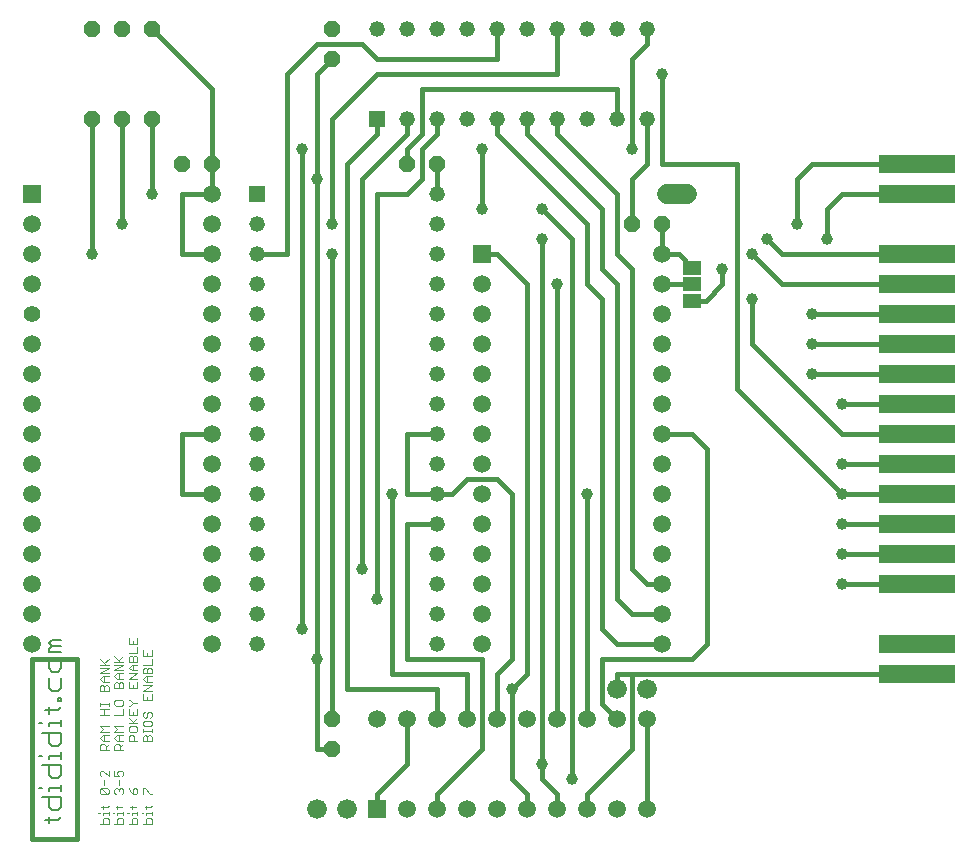
<source format=gtl>
G75*
%MOIN*%
%OFA0B0*%
%FSLAX24Y24*%
%IPPOS*%
%LPD*%
%AMOC8*
5,1,8,0,0,1.08239X$1,22.5*
%
%ADD10C,0.0060*%
%ADD11C,0.0030*%
%ADD12R,0.2550X0.0600*%
%ADD13R,0.0594X0.0594*%
%ADD14C,0.0594*%
%ADD15C,0.0554*%
%ADD16R,0.0520X0.0520*%
%ADD17C,0.0520*%
%ADD18OC8,0.0520*%
%ADD19R,0.0630X0.0460*%
%ADD20C,0.0660*%
%ADD21C,0.0660*%
%ADD22C,0.0160*%
%ADD23C,0.0396*%
%ADD24R,0.0396X0.0396*%
D10*
X002036Y000987D02*
X002463Y000987D01*
X002570Y001094D01*
X002463Y001310D02*
X002250Y001310D01*
X002143Y001416D01*
X002143Y001737D01*
X001929Y001737D02*
X002570Y001737D01*
X002570Y001416D01*
X002463Y001310D01*
X002143Y001094D02*
X002143Y000880D01*
X002143Y001954D02*
X002143Y002061D01*
X002570Y002061D01*
X002570Y001954D02*
X002570Y002168D01*
X002463Y002384D02*
X002250Y002384D01*
X002143Y002491D01*
X002143Y002811D01*
X001929Y002811D02*
X002570Y002811D01*
X002570Y002491D01*
X002463Y002384D01*
X001929Y002061D02*
X001823Y002061D01*
X002143Y003028D02*
X002143Y003135D01*
X002570Y003135D01*
X002570Y003028D02*
X002570Y003242D01*
X002463Y003458D02*
X002250Y003458D01*
X002143Y003565D01*
X002143Y003885D01*
X001929Y003885D02*
X002570Y003885D01*
X002570Y003565D01*
X002463Y003458D01*
X001929Y003135D02*
X001823Y003135D01*
X002143Y004103D02*
X002143Y004210D01*
X002570Y004210D01*
X002570Y004316D02*
X002570Y004103D01*
X002143Y004532D02*
X002143Y004746D01*
X002036Y004639D02*
X002463Y004639D01*
X002570Y004746D01*
X002570Y004962D02*
X002570Y005069D01*
X002463Y005069D01*
X002463Y004962D01*
X002570Y004962D01*
X002463Y005284D02*
X002250Y005284D01*
X002143Y005391D01*
X002143Y005711D01*
X002250Y005929D02*
X002463Y005929D01*
X002570Y006036D01*
X002570Y006249D01*
X002463Y006356D01*
X002250Y006356D01*
X002143Y006249D01*
X002143Y006036D01*
X002250Y005929D01*
X002570Y005711D02*
X002570Y005391D01*
X002463Y005284D01*
X001929Y004210D02*
X001823Y004210D01*
X002143Y006574D02*
X002143Y006680D01*
X002250Y006787D01*
X002143Y006894D01*
X002250Y007001D01*
X002570Y007001D01*
X002570Y006787D02*
X002250Y006787D01*
X002143Y006574D02*
X002570Y006574D01*
D11*
X003855Y006362D02*
X004048Y006169D01*
X004000Y006217D02*
X004145Y006362D01*
X004145Y006169D02*
X003855Y006169D01*
X003855Y006068D02*
X004145Y006068D01*
X003855Y005874D01*
X004145Y005874D01*
X004145Y005773D02*
X003952Y005773D01*
X003855Y005676D01*
X003952Y005579D01*
X004145Y005579D01*
X004097Y005478D02*
X004145Y005430D01*
X004145Y005285D01*
X003855Y005285D01*
X003855Y005430D01*
X003903Y005478D01*
X003952Y005478D01*
X004000Y005430D01*
X004000Y005285D01*
X004000Y005430D02*
X004048Y005478D01*
X004097Y005478D01*
X004000Y005579D02*
X004000Y005773D01*
X004335Y005774D02*
X004432Y005678D01*
X004625Y005678D01*
X004577Y005576D02*
X004625Y005528D01*
X004625Y005383D01*
X004335Y005383D01*
X004335Y005528D01*
X004383Y005576D01*
X004432Y005576D01*
X004480Y005528D01*
X004480Y005383D01*
X004480Y005528D02*
X004528Y005576D01*
X004577Y005576D01*
X004480Y005678D02*
X004480Y005871D01*
X004432Y005871D02*
X004625Y005871D01*
X004625Y005972D02*
X004335Y005972D01*
X004625Y006166D01*
X004335Y006166D01*
X004335Y006267D02*
X004625Y006267D01*
X004528Y006267D02*
X004335Y006460D01*
X004480Y006315D02*
X004625Y006460D01*
X004815Y006412D02*
X004863Y006460D01*
X004912Y006460D01*
X004960Y006412D01*
X004960Y006267D01*
X004960Y006166D02*
X004960Y005972D01*
X004912Y005972D02*
X004815Y006069D01*
X004912Y006166D01*
X005105Y006166D01*
X005105Y006267D02*
X005105Y006412D01*
X005057Y006460D01*
X005008Y006460D01*
X004960Y006412D01*
X004815Y006412D02*
X004815Y006267D01*
X005105Y006267D01*
X005295Y006169D02*
X005585Y006169D01*
X005585Y006362D01*
X005585Y006463D02*
X005585Y006657D01*
X005440Y006560D02*
X005440Y006463D01*
X005295Y006463D02*
X005585Y006463D01*
X005295Y006463D02*
X005295Y006657D01*
X005105Y006562D02*
X005105Y006755D01*
X005105Y006856D02*
X005105Y007050D01*
X004960Y006953D02*
X004960Y006856D01*
X004815Y006856D02*
X005105Y006856D01*
X004815Y006856D02*
X004815Y007050D01*
X004815Y006562D02*
X005105Y006562D01*
X005343Y006068D02*
X005392Y006068D01*
X005440Y006019D01*
X005440Y005874D01*
X005440Y005773D02*
X005440Y005579D01*
X005392Y005579D02*
X005295Y005676D01*
X005392Y005773D01*
X005585Y005773D01*
X005585Y005874D02*
X005585Y006019D01*
X005537Y006068D01*
X005488Y006068D01*
X005440Y006019D01*
X005343Y006068D02*
X005295Y006019D01*
X005295Y005874D01*
X005585Y005874D01*
X005585Y005579D02*
X005392Y005579D01*
X005295Y005478D02*
X005585Y005478D01*
X005295Y005285D01*
X005585Y005285D01*
X005585Y005184D02*
X005585Y004990D01*
X005295Y004990D01*
X005295Y005184D01*
X005440Y005087D02*
X005440Y004990D01*
X005105Y004890D02*
X004960Y004890D01*
X004863Y004987D01*
X004815Y004987D01*
X004960Y004890D02*
X004863Y004794D01*
X004815Y004794D01*
X004815Y004693D02*
X004815Y004499D01*
X005105Y004499D01*
X005105Y004693D01*
X004960Y004596D02*
X004960Y004499D01*
X005105Y004398D02*
X004960Y004253D01*
X005008Y004204D02*
X004815Y004398D01*
X004815Y004204D02*
X005105Y004204D01*
X005057Y004103D02*
X004863Y004103D01*
X004815Y004055D01*
X004815Y003958D01*
X004863Y003910D01*
X005057Y003910D01*
X005105Y003958D01*
X005105Y004055D01*
X005057Y004103D01*
X005295Y004155D02*
X005343Y004106D01*
X005537Y004106D01*
X005585Y004155D01*
X005585Y004251D01*
X005537Y004300D01*
X005343Y004300D01*
X005295Y004251D01*
X005295Y004155D01*
X005295Y004006D02*
X005295Y003910D01*
X005295Y003958D02*
X005585Y003958D01*
X005585Y003910D02*
X005585Y004006D01*
X005537Y003809D02*
X005585Y003760D01*
X005585Y003615D01*
X005295Y003615D01*
X005295Y003760D01*
X005343Y003809D01*
X005392Y003809D01*
X005440Y003760D01*
X005440Y003615D01*
X005440Y003760D02*
X005488Y003809D01*
X005537Y003809D01*
X005105Y003615D02*
X004815Y003615D01*
X004815Y003760D01*
X004863Y003809D01*
X004960Y003809D01*
X005008Y003760D01*
X005008Y003615D01*
X004625Y003615D02*
X004432Y003615D01*
X004335Y003712D01*
X004432Y003809D01*
X004625Y003809D01*
X004625Y003910D02*
X004335Y003910D01*
X004432Y004006D01*
X004335Y004103D01*
X004625Y004103D01*
X004480Y003809D02*
X004480Y003615D01*
X004480Y003514D02*
X004528Y003466D01*
X004528Y003320D01*
X004625Y003320D02*
X004335Y003320D01*
X004335Y003466D01*
X004383Y003514D01*
X004480Y003514D01*
X004528Y003417D02*
X004625Y003514D01*
X004145Y003514D02*
X004048Y003417D01*
X004048Y003466D02*
X004048Y003320D01*
X004145Y003320D02*
X003855Y003320D01*
X003855Y003466D01*
X003903Y003514D01*
X004000Y003514D01*
X004048Y003466D01*
X004000Y003615D02*
X004000Y003809D01*
X003952Y003809D02*
X004145Y003809D01*
X004145Y003910D02*
X003855Y003910D01*
X003952Y004006D01*
X003855Y004103D01*
X004145Y004103D01*
X003952Y003809D02*
X003855Y003712D01*
X003952Y003615D01*
X004145Y003615D01*
X004145Y004499D02*
X003855Y004499D01*
X004000Y004499D02*
X004000Y004693D01*
X003855Y004693D02*
X004145Y004693D01*
X004145Y004794D02*
X004145Y004890D01*
X004145Y004842D02*
X003855Y004842D01*
X003855Y004794D02*
X003855Y004890D01*
X004335Y004842D02*
X004383Y004794D01*
X004577Y004794D01*
X004625Y004842D01*
X004625Y004939D01*
X004577Y004987D01*
X004383Y004987D01*
X004335Y004939D01*
X004335Y004842D01*
X004625Y004693D02*
X004625Y004499D01*
X004335Y004499D01*
X005295Y004546D02*
X005295Y004449D01*
X005343Y004401D01*
X005392Y004401D01*
X005440Y004449D01*
X005440Y004546D01*
X005488Y004594D01*
X005537Y004594D01*
X005585Y004546D01*
X005585Y004449D01*
X005537Y004401D01*
X005343Y004594D02*
X005295Y004546D01*
X005105Y005383D02*
X004815Y005383D01*
X004815Y005576D01*
X004815Y005678D02*
X005105Y005871D01*
X004815Y005871D01*
X004912Y005972D02*
X005105Y005972D01*
X005105Y005678D02*
X004815Y005678D01*
X004960Y005480D02*
X004960Y005383D01*
X005105Y005383D02*
X005105Y005576D01*
X004432Y005871D02*
X004335Y005774D01*
X004335Y002630D02*
X004335Y002436D01*
X004480Y002436D01*
X004432Y002533D01*
X004432Y002582D01*
X004480Y002630D01*
X004577Y002630D01*
X004625Y002582D01*
X004625Y002485D01*
X004577Y002436D01*
X004480Y002335D02*
X004480Y002142D01*
X004528Y002041D02*
X004577Y002041D01*
X004625Y001992D01*
X004625Y001896D01*
X004577Y001847D01*
X004480Y001944D02*
X004480Y001992D01*
X004528Y002041D01*
X004480Y001992D02*
X004432Y002041D01*
X004383Y002041D01*
X004335Y001992D01*
X004335Y001896D01*
X004383Y001847D01*
X004145Y001896D02*
X004097Y001847D01*
X003903Y002041D01*
X004097Y002041D01*
X004145Y001992D01*
X004145Y001896D01*
X004097Y001847D02*
X003903Y001847D01*
X003855Y001896D01*
X003855Y001992D01*
X003903Y002041D01*
X004000Y002142D02*
X004000Y002335D01*
X003903Y002436D02*
X003855Y002485D01*
X003855Y002582D01*
X003903Y002630D01*
X003952Y002630D01*
X004145Y002436D01*
X004145Y002630D01*
X004815Y002041D02*
X004863Y001944D01*
X004960Y001847D01*
X004960Y001992D01*
X005008Y002041D01*
X005057Y002041D01*
X005105Y001992D01*
X005105Y001896D01*
X005057Y001847D01*
X004960Y001847D01*
X005295Y001847D02*
X005295Y002041D01*
X005343Y002041D01*
X005537Y001847D01*
X005585Y001847D01*
X005585Y001453D02*
X005537Y001404D01*
X005343Y001404D01*
X005392Y001356D02*
X005392Y001453D01*
X005392Y001208D02*
X005585Y001208D01*
X005585Y001160D02*
X005585Y001256D01*
X005392Y001208D02*
X005392Y001160D01*
X005295Y001208D02*
X005246Y001208D01*
X005105Y001208D02*
X004912Y001208D01*
X004912Y001160D01*
X004815Y001208D02*
X004766Y001208D01*
X004625Y001208D02*
X004432Y001208D01*
X004432Y001160D01*
X004335Y001208D02*
X004286Y001208D01*
X004145Y001208D02*
X003952Y001208D01*
X003952Y001160D01*
X003855Y001208D02*
X003806Y001208D01*
X003952Y001356D02*
X003952Y001453D01*
X003903Y001404D02*
X004097Y001404D01*
X004145Y001453D01*
X004145Y001256D02*
X004145Y001160D01*
X004097Y001058D02*
X004000Y001058D01*
X003952Y001010D01*
X003952Y000865D01*
X003855Y000865D02*
X004145Y000865D01*
X004145Y001010D01*
X004097Y001058D01*
X004335Y000865D02*
X004625Y000865D01*
X004625Y001010D01*
X004577Y001058D01*
X004480Y001058D01*
X004432Y001010D01*
X004432Y000865D01*
X004625Y001160D02*
X004625Y001256D01*
X004577Y001404D02*
X004625Y001453D01*
X004577Y001404D02*
X004383Y001404D01*
X004432Y001356D02*
X004432Y001453D01*
X004863Y001404D02*
X005057Y001404D01*
X005105Y001453D01*
X004912Y001453D02*
X004912Y001356D01*
X005105Y001256D02*
X005105Y001160D01*
X005057Y001058D02*
X004960Y001058D01*
X004912Y001010D01*
X004912Y000865D01*
X004815Y000865D02*
X005105Y000865D01*
X005105Y001010D01*
X005057Y001058D01*
X005295Y000865D02*
X005585Y000865D01*
X005585Y001010D01*
X005537Y001058D01*
X005440Y001058D01*
X005392Y001010D01*
X005392Y000865D01*
D12*
X031100Y005850D03*
X031100Y006850D03*
X031100Y008850D03*
X031100Y009850D03*
X031100Y010850D03*
X031100Y011850D03*
X031100Y012850D03*
X031100Y013850D03*
X031100Y014850D03*
X031100Y015850D03*
X031100Y016850D03*
X031100Y017850D03*
X031100Y018850D03*
X031100Y019850D03*
X031100Y021850D03*
X031100Y022850D03*
D13*
X016600Y019850D03*
X001600Y021850D03*
X013100Y001350D03*
D14*
X014100Y001350D03*
X015100Y001350D03*
X016100Y001350D03*
X017100Y001350D03*
X018100Y001350D03*
X019100Y001350D03*
X020100Y001350D03*
X021100Y001350D03*
X022100Y001350D03*
X022100Y004350D03*
X021100Y004350D03*
X020100Y004350D03*
X019100Y004350D03*
X018100Y004350D03*
X017100Y004350D03*
X016100Y004350D03*
X015100Y004350D03*
X014100Y004350D03*
X013100Y004350D03*
X016600Y006850D03*
X016600Y007850D03*
X016600Y008850D03*
X016600Y009850D03*
X016600Y010850D03*
X016600Y011850D03*
X016600Y012850D03*
X016600Y013850D03*
X016600Y014850D03*
X016600Y015850D03*
X016600Y016850D03*
X016600Y017850D03*
X016600Y018850D03*
X022600Y018850D03*
X022600Y017850D03*
X022600Y016850D03*
X022600Y015850D03*
X022600Y014850D03*
X022600Y013850D03*
X022600Y012850D03*
X022600Y011850D03*
X022600Y010850D03*
X022600Y009850D03*
X022600Y008850D03*
X022600Y007850D03*
X022600Y006850D03*
X007600Y006850D03*
X007600Y007850D03*
X007600Y008850D03*
X007600Y009850D03*
X007600Y010850D03*
X007600Y011850D03*
X007600Y012850D03*
X007600Y013850D03*
X007600Y014850D03*
X007600Y015850D03*
X007600Y016850D03*
X007600Y017850D03*
X007600Y018850D03*
X007600Y019850D03*
X007600Y020850D03*
X007600Y021850D03*
X001600Y020850D03*
X001600Y019850D03*
X001600Y018850D03*
X001600Y016850D03*
X001600Y015850D03*
X001600Y014850D03*
X001600Y013850D03*
X001600Y012850D03*
X001600Y011850D03*
X001600Y010850D03*
X001600Y009850D03*
X001600Y008850D03*
X001600Y007850D03*
X001600Y006850D03*
X022600Y019850D03*
D15*
X001600Y017850D03*
D16*
X009100Y021850D03*
X013100Y024350D03*
D17*
X014100Y024350D03*
X015100Y024350D03*
X016100Y024350D03*
X017100Y024350D03*
X018100Y024350D03*
X019100Y024350D03*
X020100Y024350D03*
X021100Y024350D03*
X022100Y024350D03*
X022100Y027350D03*
X021100Y027350D03*
X020100Y027350D03*
X019100Y027350D03*
X018100Y027350D03*
X017100Y027350D03*
X016100Y027350D03*
X015100Y027350D03*
X014100Y027350D03*
X013100Y027350D03*
X015100Y021850D03*
X015100Y020850D03*
X015100Y019850D03*
X015100Y018850D03*
X015100Y017850D03*
X015100Y016850D03*
X015100Y015850D03*
X015100Y014850D03*
X015100Y013850D03*
X015100Y012850D03*
X015100Y011850D03*
X015100Y010850D03*
X015100Y009850D03*
X015100Y008850D03*
X015100Y007850D03*
X015100Y006850D03*
X009100Y006850D03*
X009100Y007850D03*
X009100Y008850D03*
X009100Y009850D03*
X009100Y010850D03*
X009100Y011850D03*
X009100Y012850D03*
X009100Y013850D03*
X009100Y014850D03*
X009100Y015850D03*
X009100Y016850D03*
X009100Y017850D03*
X009100Y018850D03*
X009100Y019850D03*
X009100Y020850D03*
D18*
X007600Y022850D03*
X006600Y022850D03*
X005600Y024350D03*
X004600Y024350D03*
X003600Y024350D03*
X003600Y027350D03*
X004600Y027350D03*
X005600Y027350D03*
X011600Y027350D03*
X011600Y026350D03*
X014100Y022850D03*
X015100Y022850D03*
X021600Y020850D03*
X022600Y020850D03*
X011600Y004350D03*
X011600Y003350D03*
D19*
X023600Y018300D03*
X023600Y018850D03*
X023600Y019400D03*
D20*
X022100Y005350D03*
X021100Y005350D03*
X012100Y001350D03*
X011100Y001350D03*
D21*
X022770Y021850D02*
X023430Y021850D01*
D22*
X001600Y006350D02*
X001600Y000350D01*
X003100Y000350D01*
X003100Y006350D01*
X001600Y006350D01*
X006600Y011850D02*
X007600Y011850D01*
X006600Y011850D02*
X006600Y013850D01*
X007600Y013850D01*
X012600Y009350D02*
X012600Y022350D01*
X014100Y023850D01*
X014100Y024350D01*
X014600Y023850D02*
X014600Y025350D01*
X021100Y025350D01*
X021100Y024350D01*
X022100Y024350D02*
X022100Y022850D01*
X021600Y022350D01*
X021600Y020850D01*
X020600Y021350D02*
X020600Y019350D01*
X021100Y018850D01*
X021100Y008350D01*
X021600Y007850D01*
X022600Y007850D01*
X022600Y008850D02*
X022100Y008850D01*
X021600Y009350D01*
X021600Y019350D01*
X021100Y019850D01*
X021100Y021850D01*
X019100Y023850D01*
X019100Y024350D01*
X018100Y024350D02*
X018100Y023850D01*
X020600Y021350D01*
X020100Y020850D02*
X017100Y023850D01*
X017100Y024350D01*
X016600Y023350D02*
X016600Y021350D01*
X015100Y021850D02*
X015100Y022850D01*
X014600Y022350D02*
X014100Y021850D01*
X013100Y021850D01*
X013100Y008350D01*
X014100Y006350D02*
X016600Y006350D01*
X016600Y003350D01*
X015100Y001850D01*
X015100Y001350D01*
X014100Y002850D02*
X013100Y001850D01*
X013100Y001350D01*
X014100Y002850D02*
X014100Y004350D01*
X015100Y004350D02*
X015100Y005350D01*
X012100Y005350D01*
X012100Y022850D01*
X013100Y023850D01*
X013100Y024350D01*
X014100Y023350D02*
X014600Y023850D01*
X014600Y023350D02*
X014600Y022350D01*
X014100Y022850D02*
X014100Y023350D01*
X014600Y023350D02*
X015100Y023850D01*
X015100Y024350D01*
X013100Y025850D02*
X011600Y024350D01*
X011600Y020850D01*
X011600Y019850D02*
X011600Y004350D01*
X011600Y003350D02*
X011100Y003350D01*
X011100Y006350D01*
X011100Y022350D01*
X011100Y025850D01*
X011600Y026350D01*
X011100Y026850D02*
X010100Y025850D01*
X010100Y019850D01*
X009100Y019850D01*
X007600Y019850D02*
X006600Y019850D01*
X006600Y021850D01*
X007600Y021850D01*
X007600Y022850D01*
X007600Y025350D01*
X005600Y027350D01*
X005600Y024350D02*
X005600Y021850D01*
X004600Y020850D02*
X004600Y024350D01*
X003600Y024350D02*
X003600Y019850D01*
X010600Y023350D02*
X010600Y007350D01*
X013600Y005850D02*
X013600Y011850D01*
X014100Y011850D02*
X014100Y013850D01*
X015100Y013850D01*
X016100Y012350D02*
X015600Y011850D01*
X015100Y011850D01*
X014100Y011850D01*
X014100Y010850D02*
X014100Y006350D01*
X013600Y005850D02*
X016100Y005850D01*
X016100Y004350D01*
X017100Y004350D02*
X017100Y005850D01*
X017600Y006350D01*
X017600Y011850D01*
X017100Y012350D01*
X016100Y012350D01*
X015100Y010850D02*
X014100Y010850D01*
X020100Y011850D02*
X020100Y004350D01*
X020600Y004850D02*
X020600Y006350D01*
X023600Y006350D01*
X024100Y006850D01*
X024100Y013350D01*
X023600Y013850D01*
X022600Y013850D01*
X025100Y015350D02*
X028600Y011850D01*
X031100Y011850D01*
X031100Y012850D02*
X028600Y012850D01*
X028600Y013850D02*
X031100Y013850D01*
X031100Y014850D02*
X028600Y014850D01*
X028600Y013850D02*
X025600Y016850D01*
X025600Y018350D01*
X024600Y018850D02*
X024600Y019350D01*
X024600Y018850D02*
X024050Y018300D01*
X023600Y018300D01*
X023600Y018850D02*
X022600Y018850D01*
X023600Y019400D02*
X023150Y019850D01*
X022600Y019850D01*
X022600Y020850D01*
X022600Y022850D02*
X025100Y022850D01*
X025100Y015350D01*
X027600Y015850D02*
X031100Y015850D01*
X031100Y016850D02*
X027600Y016850D01*
X027600Y017850D02*
X031100Y017850D01*
X031100Y018850D02*
X026600Y018850D01*
X025600Y019850D01*
X026100Y020350D02*
X026600Y019850D01*
X031100Y019850D01*
X031100Y021850D02*
X028600Y021850D01*
X028100Y021350D01*
X028100Y020350D01*
X027100Y020850D02*
X027100Y022350D01*
X027600Y022850D01*
X031100Y022850D01*
X022600Y022850D02*
X022600Y025850D01*
X022100Y026850D02*
X021600Y026350D01*
X021600Y023350D01*
X018600Y021350D02*
X019600Y020350D01*
X019600Y002350D01*
X019100Y001850D02*
X018600Y002350D01*
X018600Y002850D01*
X018600Y020350D01*
X020100Y020850D02*
X020100Y018850D01*
X020600Y018350D01*
X020600Y007350D01*
X021100Y006850D01*
X022600Y006850D01*
X021600Y005850D02*
X021100Y005850D01*
X021100Y005350D01*
X020600Y004850D02*
X021100Y004350D01*
X022100Y004350D02*
X022100Y001350D01*
X020100Y001350D02*
X020100Y001850D01*
X021600Y003350D01*
X021600Y005850D01*
X031100Y005850D01*
X031100Y008850D02*
X028600Y008850D01*
X028600Y009850D02*
X031100Y009850D01*
X031100Y010850D02*
X028600Y010850D01*
X019100Y004350D02*
X019100Y018850D01*
X018100Y018850D02*
X017100Y019850D01*
X016600Y019850D01*
X018100Y018850D02*
X018100Y005850D01*
X017600Y005350D01*
X017600Y002350D01*
X018100Y001850D01*
X018100Y001350D01*
X019100Y001350D02*
X019100Y001850D01*
X019100Y025850D02*
X013100Y025850D01*
X013100Y026350D02*
X012600Y026850D01*
X011100Y026850D01*
X013100Y026350D02*
X017100Y026350D01*
X017100Y027350D01*
X019100Y027350D02*
X019100Y025850D01*
X022100Y026850D02*
X022100Y027350D01*
D23*
X022600Y025850D03*
X021600Y023350D03*
X018600Y021350D03*
X018600Y020350D03*
X019100Y018850D03*
X016600Y021350D03*
X016600Y023350D03*
X011600Y020850D03*
X011600Y019850D03*
X011100Y022350D03*
X010600Y023350D03*
X005600Y021850D03*
X004600Y020850D03*
X003600Y019850D03*
X013600Y011850D03*
X012600Y009350D03*
X013100Y008350D03*
X010600Y007350D03*
X011100Y006350D03*
X017600Y005350D03*
X018600Y002850D03*
X019600Y002350D03*
X028600Y008850D03*
X028600Y009850D03*
X028600Y010850D03*
X028600Y011850D03*
X028600Y012850D03*
X028600Y014850D03*
X027600Y015850D03*
X027600Y016850D03*
X027600Y017850D03*
X025600Y018350D03*
X024600Y019350D03*
X025600Y019850D03*
X026100Y020350D03*
X027100Y020850D03*
X028100Y020350D03*
X020100Y011850D03*
D24*
X011600Y004350D03*
M02*

</source>
